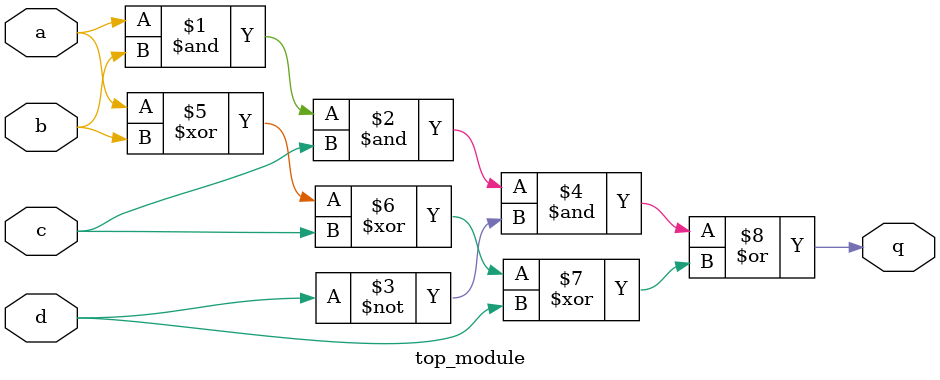
<source format=sv>
module top_module (
  input a,
  input b,
  input c,
  input d,
  output q
);

assign q = ((a & b & c & ~d) | (a ^ b ^ c ^ d));

endmodule

</source>
